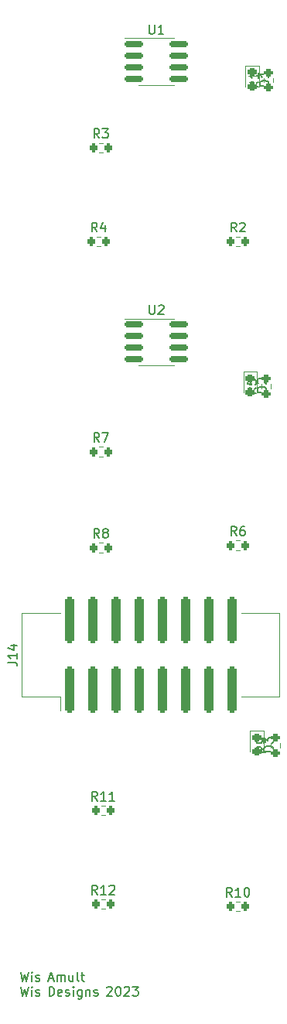
<source format=gbr>
%TF.GenerationSoftware,KiCad,Pcbnew,(7.0.0)*%
%TF.CreationDate,2023-03-06T17:55:23-08:00*%
%TF.ProjectId,my active mult,6d792061-6374-4697-9665-206d756c742e,rev?*%
%TF.SameCoordinates,Original*%
%TF.FileFunction,Legend,Top*%
%TF.FilePolarity,Positive*%
%FSLAX46Y46*%
G04 Gerber Fmt 4.6, Leading zero omitted, Abs format (unit mm)*
G04 Created by KiCad (PCBNEW (7.0.0)) date 2023-03-06 17:55:23*
%MOMM*%
%LPD*%
G01*
G04 APERTURE LIST*
G04 Aperture macros list*
%AMRoundRect*
0 Rectangle with rounded corners*
0 $1 Rounding radius*
0 $2 $3 $4 $5 $6 $7 $8 $9 X,Y pos of 4 corners*
0 Add a 4 corners polygon primitive as box body*
4,1,4,$2,$3,$4,$5,$6,$7,$8,$9,$2,$3,0*
0 Add four circle primitives for the rounded corners*
1,1,$1+$1,$2,$3*
1,1,$1+$1,$4,$5*
1,1,$1+$1,$6,$7*
1,1,$1+$1,$8,$9*
0 Add four rect primitives between the rounded corners*
20,1,$1+$1,$2,$3,$4,$5,0*
20,1,$1+$1,$4,$5,$6,$7,0*
20,1,$1+$1,$6,$7,$8,$9,0*
20,1,$1+$1,$8,$9,$2,$3,0*%
G04 Aperture macros list end*
%ADD10C,0.150000*%
%ADD11C,0.120000*%
%ADD12R,1.830000X1.930000*%
%ADD13C,2.130000*%
%ADD14RoundRect,0.255000X0.255000X-2.245000X0.255000X2.245000X-0.255000X2.245000X-0.255000X-2.245000X0*%
%ADD15RoundRect,0.150000X-0.825000X-0.150000X0.825000X-0.150000X0.825000X0.150000X-0.825000X0.150000X0*%
%ADD16RoundRect,0.200000X-0.200000X-0.275000X0.200000X-0.275000X0.200000X0.275000X-0.200000X0.275000X0*%
%ADD17RoundRect,0.200000X0.275000X-0.200000X0.275000X0.200000X-0.275000X0.200000X-0.275000X-0.200000X0*%
%ADD18RoundRect,0.218750X-0.256250X0.218750X-0.256250X-0.218750X0.256250X-0.218750X0.256250X0.218750X0*%
G04 APERTURE END LIST*
D10*
X20892857Y-133912380D02*
X21130952Y-134912380D01*
X21130952Y-134912380D02*
X21321428Y-134198095D01*
X21321428Y-134198095D02*
X21511904Y-134912380D01*
X21511904Y-134912380D02*
X21750000Y-133912380D01*
X22130952Y-134912380D02*
X22130952Y-134245714D01*
X22130952Y-133912380D02*
X22083333Y-133960000D01*
X22083333Y-133960000D02*
X22130952Y-134007619D01*
X22130952Y-134007619D02*
X22178571Y-133960000D01*
X22178571Y-133960000D02*
X22130952Y-133912380D01*
X22130952Y-133912380D02*
X22130952Y-134007619D01*
X22559523Y-134864761D02*
X22654761Y-134912380D01*
X22654761Y-134912380D02*
X22845237Y-134912380D01*
X22845237Y-134912380D02*
X22940475Y-134864761D01*
X22940475Y-134864761D02*
X22988094Y-134769523D01*
X22988094Y-134769523D02*
X22988094Y-134721904D01*
X22988094Y-134721904D02*
X22940475Y-134626666D01*
X22940475Y-134626666D02*
X22845237Y-134579047D01*
X22845237Y-134579047D02*
X22702380Y-134579047D01*
X22702380Y-134579047D02*
X22607142Y-134531428D01*
X22607142Y-134531428D02*
X22559523Y-134436190D01*
X22559523Y-134436190D02*
X22559523Y-134388571D01*
X22559523Y-134388571D02*
X22607142Y-134293333D01*
X22607142Y-134293333D02*
X22702380Y-134245714D01*
X22702380Y-134245714D02*
X22845237Y-134245714D01*
X22845237Y-134245714D02*
X22940475Y-134293333D01*
X23969047Y-134626666D02*
X24445237Y-134626666D01*
X23873809Y-134912380D02*
X24207142Y-133912380D01*
X24207142Y-133912380D02*
X24540475Y-134912380D01*
X24873809Y-134912380D02*
X24873809Y-134245714D01*
X24873809Y-134340952D02*
X24921428Y-134293333D01*
X24921428Y-134293333D02*
X25016666Y-134245714D01*
X25016666Y-134245714D02*
X25159523Y-134245714D01*
X25159523Y-134245714D02*
X25254761Y-134293333D01*
X25254761Y-134293333D02*
X25302380Y-134388571D01*
X25302380Y-134388571D02*
X25302380Y-134912380D01*
X25302380Y-134388571D02*
X25349999Y-134293333D01*
X25349999Y-134293333D02*
X25445237Y-134245714D01*
X25445237Y-134245714D02*
X25588094Y-134245714D01*
X25588094Y-134245714D02*
X25683333Y-134293333D01*
X25683333Y-134293333D02*
X25730952Y-134388571D01*
X25730952Y-134388571D02*
X25730952Y-134912380D01*
X26635713Y-134245714D02*
X26635713Y-134912380D01*
X26207142Y-134245714D02*
X26207142Y-134769523D01*
X26207142Y-134769523D02*
X26254761Y-134864761D01*
X26254761Y-134864761D02*
X26349999Y-134912380D01*
X26349999Y-134912380D02*
X26492856Y-134912380D01*
X26492856Y-134912380D02*
X26588094Y-134864761D01*
X26588094Y-134864761D02*
X26635713Y-134817142D01*
X27254761Y-134912380D02*
X27159523Y-134864761D01*
X27159523Y-134864761D02*
X27111904Y-134769523D01*
X27111904Y-134769523D02*
X27111904Y-133912380D01*
X27492857Y-134245714D02*
X27873809Y-134245714D01*
X27635714Y-133912380D02*
X27635714Y-134769523D01*
X27635714Y-134769523D02*
X27683333Y-134864761D01*
X27683333Y-134864761D02*
X27778571Y-134912380D01*
X27778571Y-134912380D02*
X27873809Y-134912380D01*
X20892857Y-135532380D02*
X21130952Y-136532380D01*
X21130952Y-136532380D02*
X21321428Y-135818095D01*
X21321428Y-135818095D02*
X21511904Y-136532380D01*
X21511904Y-136532380D02*
X21750000Y-135532380D01*
X22130952Y-136532380D02*
X22130952Y-135865714D01*
X22130952Y-135532380D02*
X22083333Y-135580000D01*
X22083333Y-135580000D02*
X22130952Y-135627619D01*
X22130952Y-135627619D02*
X22178571Y-135580000D01*
X22178571Y-135580000D02*
X22130952Y-135532380D01*
X22130952Y-135532380D02*
X22130952Y-135627619D01*
X22559523Y-136484761D02*
X22654761Y-136532380D01*
X22654761Y-136532380D02*
X22845237Y-136532380D01*
X22845237Y-136532380D02*
X22940475Y-136484761D01*
X22940475Y-136484761D02*
X22988094Y-136389523D01*
X22988094Y-136389523D02*
X22988094Y-136341904D01*
X22988094Y-136341904D02*
X22940475Y-136246666D01*
X22940475Y-136246666D02*
X22845237Y-136199047D01*
X22845237Y-136199047D02*
X22702380Y-136199047D01*
X22702380Y-136199047D02*
X22607142Y-136151428D01*
X22607142Y-136151428D02*
X22559523Y-136056190D01*
X22559523Y-136056190D02*
X22559523Y-136008571D01*
X22559523Y-136008571D02*
X22607142Y-135913333D01*
X22607142Y-135913333D02*
X22702380Y-135865714D01*
X22702380Y-135865714D02*
X22845237Y-135865714D01*
X22845237Y-135865714D02*
X22940475Y-135913333D01*
X24016666Y-136532380D02*
X24016666Y-135532380D01*
X24016666Y-135532380D02*
X24254761Y-135532380D01*
X24254761Y-135532380D02*
X24397618Y-135580000D01*
X24397618Y-135580000D02*
X24492856Y-135675238D01*
X24492856Y-135675238D02*
X24540475Y-135770476D01*
X24540475Y-135770476D02*
X24588094Y-135960952D01*
X24588094Y-135960952D02*
X24588094Y-136103809D01*
X24588094Y-136103809D02*
X24540475Y-136294285D01*
X24540475Y-136294285D02*
X24492856Y-136389523D01*
X24492856Y-136389523D02*
X24397618Y-136484761D01*
X24397618Y-136484761D02*
X24254761Y-136532380D01*
X24254761Y-136532380D02*
X24016666Y-136532380D01*
X25397618Y-136484761D02*
X25302380Y-136532380D01*
X25302380Y-136532380D02*
X25111904Y-136532380D01*
X25111904Y-136532380D02*
X25016666Y-136484761D01*
X25016666Y-136484761D02*
X24969047Y-136389523D01*
X24969047Y-136389523D02*
X24969047Y-136008571D01*
X24969047Y-136008571D02*
X25016666Y-135913333D01*
X25016666Y-135913333D02*
X25111904Y-135865714D01*
X25111904Y-135865714D02*
X25302380Y-135865714D01*
X25302380Y-135865714D02*
X25397618Y-135913333D01*
X25397618Y-135913333D02*
X25445237Y-136008571D01*
X25445237Y-136008571D02*
X25445237Y-136103809D01*
X25445237Y-136103809D02*
X24969047Y-136199047D01*
X25826190Y-136484761D02*
X25921428Y-136532380D01*
X25921428Y-136532380D02*
X26111904Y-136532380D01*
X26111904Y-136532380D02*
X26207142Y-136484761D01*
X26207142Y-136484761D02*
X26254761Y-136389523D01*
X26254761Y-136389523D02*
X26254761Y-136341904D01*
X26254761Y-136341904D02*
X26207142Y-136246666D01*
X26207142Y-136246666D02*
X26111904Y-136199047D01*
X26111904Y-136199047D02*
X25969047Y-136199047D01*
X25969047Y-136199047D02*
X25873809Y-136151428D01*
X25873809Y-136151428D02*
X25826190Y-136056190D01*
X25826190Y-136056190D02*
X25826190Y-136008571D01*
X25826190Y-136008571D02*
X25873809Y-135913333D01*
X25873809Y-135913333D02*
X25969047Y-135865714D01*
X25969047Y-135865714D02*
X26111904Y-135865714D01*
X26111904Y-135865714D02*
X26207142Y-135913333D01*
X26683333Y-136532380D02*
X26683333Y-135865714D01*
X26683333Y-135532380D02*
X26635714Y-135580000D01*
X26635714Y-135580000D02*
X26683333Y-135627619D01*
X26683333Y-135627619D02*
X26730952Y-135580000D01*
X26730952Y-135580000D02*
X26683333Y-135532380D01*
X26683333Y-135532380D02*
X26683333Y-135627619D01*
X27588094Y-135865714D02*
X27588094Y-136675238D01*
X27588094Y-136675238D02*
X27540475Y-136770476D01*
X27540475Y-136770476D02*
X27492856Y-136818095D01*
X27492856Y-136818095D02*
X27397618Y-136865714D01*
X27397618Y-136865714D02*
X27254761Y-136865714D01*
X27254761Y-136865714D02*
X27159523Y-136818095D01*
X27588094Y-136484761D02*
X27492856Y-136532380D01*
X27492856Y-136532380D02*
X27302380Y-136532380D01*
X27302380Y-136532380D02*
X27207142Y-136484761D01*
X27207142Y-136484761D02*
X27159523Y-136437142D01*
X27159523Y-136437142D02*
X27111904Y-136341904D01*
X27111904Y-136341904D02*
X27111904Y-136056190D01*
X27111904Y-136056190D02*
X27159523Y-135960952D01*
X27159523Y-135960952D02*
X27207142Y-135913333D01*
X27207142Y-135913333D02*
X27302380Y-135865714D01*
X27302380Y-135865714D02*
X27492856Y-135865714D01*
X27492856Y-135865714D02*
X27588094Y-135913333D01*
X28064285Y-135865714D02*
X28064285Y-136532380D01*
X28064285Y-135960952D02*
X28111904Y-135913333D01*
X28111904Y-135913333D02*
X28207142Y-135865714D01*
X28207142Y-135865714D02*
X28349999Y-135865714D01*
X28349999Y-135865714D02*
X28445237Y-135913333D01*
X28445237Y-135913333D02*
X28492856Y-136008571D01*
X28492856Y-136008571D02*
X28492856Y-136532380D01*
X28921428Y-136484761D02*
X29016666Y-136532380D01*
X29016666Y-136532380D02*
X29207142Y-136532380D01*
X29207142Y-136532380D02*
X29302380Y-136484761D01*
X29302380Y-136484761D02*
X29349999Y-136389523D01*
X29349999Y-136389523D02*
X29349999Y-136341904D01*
X29349999Y-136341904D02*
X29302380Y-136246666D01*
X29302380Y-136246666D02*
X29207142Y-136199047D01*
X29207142Y-136199047D02*
X29064285Y-136199047D01*
X29064285Y-136199047D02*
X28969047Y-136151428D01*
X28969047Y-136151428D02*
X28921428Y-136056190D01*
X28921428Y-136056190D02*
X28921428Y-136008571D01*
X28921428Y-136008571D02*
X28969047Y-135913333D01*
X28969047Y-135913333D02*
X29064285Y-135865714D01*
X29064285Y-135865714D02*
X29207142Y-135865714D01*
X29207142Y-135865714D02*
X29302380Y-135913333D01*
X30330952Y-135627619D02*
X30378571Y-135580000D01*
X30378571Y-135580000D02*
X30473809Y-135532380D01*
X30473809Y-135532380D02*
X30711904Y-135532380D01*
X30711904Y-135532380D02*
X30807142Y-135580000D01*
X30807142Y-135580000D02*
X30854761Y-135627619D01*
X30854761Y-135627619D02*
X30902380Y-135722857D01*
X30902380Y-135722857D02*
X30902380Y-135818095D01*
X30902380Y-135818095D02*
X30854761Y-135960952D01*
X30854761Y-135960952D02*
X30283333Y-136532380D01*
X30283333Y-136532380D02*
X30902380Y-136532380D01*
X31521428Y-135532380D02*
X31616666Y-135532380D01*
X31616666Y-135532380D02*
X31711904Y-135580000D01*
X31711904Y-135580000D02*
X31759523Y-135627619D01*
X31759523Y-135627619D02*
X31807142Y-135722857D01*
X31807142Y-135722857D02*
X31854761Y-135913333D01*
X31854761Y-135913333D02*
X31854761Y-136151428D01*
X31854761Y-136151428D02*
X31807142Y-136341904D01*
X31807142Y-136341904D02*
X31759523Y-136437142D01*
X31759523Y-136437142D02*
X31711904Y-136484761D01*
X31711904Y-136484761D02*
X31616666Y-136532380D01*
X31616666Y-136532380D02*
X31521428Y-136532380D01*
X31521428Y-136532380D02*
X31426190Y-136484761D01*
X31426190Y-136484761D02*
X31378571Y-136437142D01*
X31378571Y-136437142D02*
X31330952Y-136341904D01*
X31330952Y-136341904D02*
X31283333Y-136151428D01*
X31283333Y-136151428D02*
X31283333Y-135913333D01*
X31283333Y-135913333D02*
X31330952Y-135722857D01*
X31330952Y-135722857D02*
X31378571Y-135627619D01*
X31378571Y-135627619D02*
X31426190Y-135580000D01*
X31426190Y-135580000D02*
X31521428Y-135532380D01*
X32235714Y-135627619D02*
X32283333Y-135580000D01*
X32283333Y-135580000D02*
X32378571Y-135532380D01*
X32378571Y-135532380D02*
X32616666Y-135532380D01*
X32616666Y-135532380D02*
X32711904Y-135580000D01*
X32711904Y-135580000D02*
X32759523Y-135627619D01*
X32759523Y-135627619D02*
X32807142Y-135722857D01*
X32807142Y-135722857D02*
X32807142Y-135818095D01*
X32807142Y-135818095D02*
X32759523Y-135960952D01*
X32759523Y-135960952D02*
X32188095Y-136532380D01*
X32188095Y-136532380D02*
X32807142Y-136532380D01*
X33140476Y-135532380D02*
X33759523Y-135532380D01*
X33759523Y-135532380D02*
X33426190Y-135913333D01*
X33426190Y-135913333D02*
X33569047Y-135913333D01*
X33569047Y-135913333D02*
X33664285Y-135960952D01*
X33664285Y-135960952D02*
X33711904Y-136008571D01*
X33711904Y-136008571D02*
X33759523Y-136103809D01*
X33759523Y-136103809D02*
X33759523Y-136341904D01*
X33759523Y-136341904D02*
X33711904Y-136437142D01*
X33711904Y-136437142D02*
X33664285Y-136484761D01*
X33664285Y-136484761D02*
X33569047Y-136532380D01*
X33569047Y-136532380D02*
X33283333Y-136532380D01*
X33283333Y-136532380D02*
X33188095Y-136484761D01*
X33188095Y-136484761D02*
X33140476Y-136437142D01*
%TO.C,J14*%
X19507380Y-100059523D02*
X20221666Y-100059523D01*
X20221666Y-100059523D02*
X20364523Y-100107142D01*
X20364523Y-100107142D02*
X20459761Y-100202380D01*
X20459761Y-100202380D02*
X20507380Y-100345237D01*
X20507380Y-100345237D02*
X20507380Y-100440475D01*
X20507380Y-99059523D02*
X20507380Y-99630951D01*
X20507380Y-99345237D02*
X19507380Y-99345237D01*
X19507380Y-99345237D02*
X19650238Y-99440475D01*
X19650238Y-99440475D02*
X19745476Y-99535713D01*
X19745476Y-99535713D02*
X19793095Y-99630951D01*
X19840714Y-98202380D02*
X20507380Y-98202380D01*
X19459761Y-98440475D02*
X20174047Y-98678570D01*
X20174047Y-98678570D02*
X20174047Y-98059523D01*
%TO.C,U2*%
X34988095Y-60967380D02*
X34988095Y-61776904D01*
X34988095Y-61776904D02*
X35035714Y-61872142D01*
X35035714Y-61872142D02*
X35083333Y-61919761D01*
X35083333Y-61919761D02*
X35178571Y-61967380D01*
X35178571Y-61967380D02*
X35369047Y-61967380D01*
X35369047Y-61967380D02*
X35464285Y-61919761D01*
X35464285Y-61919761D02*
X35511904Y-61872142D01*
X35511904Y-61872142D02*
X35559523Y-61776904D01*
X35559523Y-61776904D02*
X35559523Y-60967380D01*
X35988095Y-61062619D02*
X36035714Y-61015000D01*
X36035714Y-61015000D02*
X36130952Y-60967380D01*
X36130952Y-60967380D02*
X36369047Y-60967380D01*
X36369047Y-60967380D02*
X36464285Y-61015000D01*
X36464285Y-61015000D02*
X36511904Y-61062619D01*
X36511904Y-61062619D02*
X36559523Y-61157857D01*
X36559523Y-61157857D02*
X36559523Y-61253095D01*
X36559523Y-61253095D02*
X36511904Y-61395952D01*
X36511904Y-61395952D02*
X35940476Y-61967380D01*
X35940476Y-61967380D02*
X36559523Y-61967380D01*
%TO.C,U1*%
X34963095Y-30312380D02*
X34963095Y-31121904D01*
X34963095Y-31121904D02*
X35010714Y-31217142D01*
X35010714Y-31217142D02*
X35058333Y-31264761D01*
X35058333Y-31264761D02*
X35153571Y-31312380D01*
X35153571Y-31312380D02*
X35344047Y-31312380D01*
X35344047Y-31312380D02*
X35439285Y-31264761D01*
X35439285Y-31264761D02*
X35486904Y-31217142D01*
X35486904Y-31217142D02*
X35534523Y-31121904D01*
X35534523Y-31121904D02*
X35534523Y-30312380D01*
X36534523Y-31312380D02*
X35963095Y-31312380D01*
X36248809Y-31312380D02*
X36248809Y-30312380D01*
X36248809Y-30312380D02*
X36153571Y-30455238D01*
X36153571Y-30455238D02*
X36058333Y-30550476D01*
X36058333Y-30550476D02*
X35963095Y-30598095D01*
%TO.C,R12*%
X29282142Y-125437380D02*
X28948809Y-124961190D01*
X28710714Y-125437380D02*
X28710714Y-124437380D01*
X28710714Y-124437380D02*
X29091666Y-124437380D01*
X29091666Y-124437380D02*
X29186904Y-124485000D01*
X29186904Y-124485000D02*
X29234523Y-124532619D01*
X29234523Y-124532619D02*
X29282142Y-124627857D01*
X29282142Y-124627857D02*
X29282142Y-124770714D01*
X29282142Y-124770714D02*
X29234523Y-124865952D01*
X29234523Y-124865952D02*
X29186904Y-124913571D01*
X29186904Y-124913571D02*
X29091666Y-124961190D01*
X29091666Y-124961190D02*
X28710714Y-124961190D01*
X30234523Y-125437380D02*
X29663095Y-125437380D01*
X29948809Y-125437380D02*
X29948809Y-124437380D01*
X29948809Y-124437380D02*
X29853571Y-124580238D01*
X29853571Y-124580238D02*
X29758333Y-124675476D01*
X29758333Y-124675476D02*
X29663095Y-124723095D01*
X30615476Y-124532619D02*
X30663095Y-124485000D01*
X30663095Y-124485000D02*
X30758333Y-124437380D01*
X30758333Y-124437380D02*
X30996428Y-124437380D01*
X30996428Y-124437380D02*
X31091666Y-124485000D01*
X31091666Y-124485000D02*
X31139285Y-124532619D01*
X31139285Y-124532619D02*
X31186904Y-124627857D01*
X31186904Y-124627857D02*
X31186904Y-124723095D01*
X31186904Y-124723095D02*
X31139285Y-124865952D01*
X31139285Y-124865952D02*
X30567857Y-125437380D01*
X30567857Y-125437380D02*
X31186904Y-125437380D01*
%TO.C,R11*%
X29282142Y-115187380D02*
X28948809Y-114711190D01*
X28710714Y-115187380D02*
X28710714Y-114187380D01*
X28710714Y-114187380D02*
X29091666Y-114187380D01*
X29091666Y-114187380D02*
X29186904Y-114235000D01*
X29186904Y-114235000D02*
X29234523Y-114282619D01*
X29234523Y-114282619D02*
X29282142Y-114377857D01*
X29282142Y-114377857D02*
X29282142Y-114520714D01*
X29282142Y-114520714D02*
X29234523Y-114615952D01*
X29234523Y-114615952D02*
X29186904Y-114663571D01*
X29186904Y-114663571D02*
X29091666Y-114711190D01*
X29091666Y-114711190D02*
X28710714Y-114711190D01*
X30234523Y-115187380D02*
X29663095Y-115187380D01*
X29948809Y-115187380D02*
X29948809Y-114187380D01*
X29948809Y-114187380D02*
X29853571Y-114330238D01*
X29853571Y-114330238D02*
X29758333Y-114425476D01*
X29758333Y-114425476D02*
X29663095Y-114473095D01*
X31186904Y-115187380D02*
X30615476Y-115187380D01*
X30901190Y-115187380D02*
X30901190Y-114187380D01*
X30901190Y-114187380D02*
X30805952Y-114330238D01*
X30805952Y-114330238D02*
X30710714Y-114425476D01*
X30710714Y-114425476D02*
X30615476Y-114473095D01*
%TO.C,R10*%
X44032142Y-125687380D02*
X43698809Y-125211190D01*
X43460714Y-125687380D02*
X43460714Y-124687380D01*
X43460714Y-124687380D02*
X43841666Y-124687380D01*
X43841666Y-124687380D02*
X43936904Y-124735000D01*
X43936904Y-124735000D02*
X43984523Y-124782619D01*
X43984523Y-124782619D02*
X44032142Y-124877857D01*
X44032142Y-124877857D02*
X44032142Y-125020714D01*
X44032142Y-125020714D02*
X43984523Y-125115952D01*
X43984523Y-125115952D02*
X43936904Y-125163571D01*
X43936904Y-125163571D02*
X43841666Y-125211190D01*
X43841666Y-125211190D02*
X43460714Y-125211190D01*
X44984523Y-125687380D02*
X44413095Y-125687380D01*
X44698809Y-125687380D02*
X44698809Y-124687380D01*
X44698809Y-124687380D02*
X44603571Y-124830238D01*
X44603571Y-124830238D02*
X44508333Y-124925476D01*
X44508333Y-124925476D02*
X44413095Y-124973095D01*
X45603571Y-124687380D02*
X45698809Y-124687380D01*
X45698809Y-124687380D02*
X45794047Y-124735000D01*
X45794047Y-124735000D02*
X45841666Y-124782619D01*
X45841666Y-124782619D02*
X45889285Y-124877857D01*
X45889285Y-124877857D02*
X45936904Y-125068333D01*
X45936904Y-125068333D02*
X45936904Y-125306428D01*
X45936904Y-125306428D02*
X45889285Y-125496904D01*
X45889285Y-125496904D02*
X45841666Y-125592142D01*
X45841666Y-125592142D02*
X45794047Y-125639761D01*
X45794047Y-125639761D02*
X45698809Y-125687380D01*
X45698809Y-125687380D02*
X45603571Y-125687380D01*
X45603571Y-125687380D02*
X45508333Y-125639761D01*
X45508333Y-125639761D02*
X45460714Y-125592142D01*
X45460714Y-125592142D02*
X45413095Y-125496904D01*
X45413095Y-125496904D02*
X45365476Y-125306428D01*
X45365476Y-125306428D02*
X45365476Y-125068333D01*
X45365476Y-125068333D02*
X45413095Y-124877857D01*
X45413095Y-124877857D02*
X45460714Y-124782619D01*
X45460714Y-124782619D02*
X45508333Y-124735000D01*
X45508333Y-124735000D02*
X45603571Y-124687380D01*
%TO.C,R9*%
X47687380Y-109279166D02*
X47211190Y-109612499D01*
X47687380Y-109850594D02*
X46687380Y-109850594D01*
X46687380Y-109850594D02*
X46687380Y-109469642D01*
X46687380Y-109469642D02*
X46735000Y-109374404D01*
X46735000Y-109374404D02*
X46782619Y-109326785D01*
X46782619Y-109326785D02*
X46877857Y-109279166D01*
X46877857Y-109279166D02*
X47020714Y-109279166D01*
X47020714Y-109279166D02*
X47115952Y-109326785D01*
X47115952Y-109326785D02*
X47163571Y-109374404D01*
X47163571Y-109374404D02*
X47211190Y-109469642D01*
X47211190Y-109469642D02*
X47211190Y-109850594D01*
X47687380Y-108802975D02*
X47687380Y-108612499D01*
X47687380Y-108612499D02*
X47639761Y-108517261D01*
X47639761Y-108517261D02*
X47592142Y-108469642D01*
X47592142Y-108469642D02*
X47449285Y-108374404D01*
X47449285Y-108374404D02*
X47258809Y-108326785D01*
X47258809Y-108326785D02*
X46877857Y-108326785D01*
X46877857Y-108326785D02*
X46782619Y-108374404D01*
X46782619Y-108374404D02*
X46735000Y-108422023D01*
X46735000Y-108422023D02*
X46687380Y-108517261D01*
X46687380Y-108517261D02*
X46687380Y-108707737D01*
X46687380Y-108707737D02*
X46735000Y-108802975D01*
X46735000Y-108802975D02*
X46782619Y-108850594D01*
X46782619Y-108850594D02*
X46877857Y-108898213D01*
X46877857Y-108898213D02*
X47115952Y-108898213D01*
X47115952Y-108898213D02*
X47211190Y-108850594D01*
X47211190Y-108850594D02*
X47258809Y-108802975D01*
X47258809Y-108802975D02*
X47306428Y-108707737D01*
X47306428Y-108707737D02*
X47306428Y-108517261D01*
X47306428Y-108517261D02*
X47258809Y-108422023D01*
X47258809Y-108422023D02*
X47211190Y-108374404D01*
X47211190Y-108374404D02*
X47115952Y-108326785D01*
%TO.C,R8*%
X29508333Y-86437380D02*
X29175000Y-85961190D01*
X28936905Y-86437380D02*
X28936905Y-85437380D01*
X28936905Y-85437380D02*
X29317857Y-85437380D01*
X29317857Y-85437380D02*
X29413095Y-85485000D01*
X29413095Y-85485000D02*
X29460714Y-85532619D01*
X29460714Y-85532619D02*
X29508333Y-85627857D01*
X29508333Y-85627857D02*
X29508333Y-85770714D01*
X29508333Y-85770714D02*
X29460714Y-85865952D01*
X29460714Y-85865952D02*
X29413095Y-85913571D01*
X29413095Y-85913571D02*
X29317857Y-85961190D01*
X29317857Y-85961190D02*
X28936905Y-85961190D01*
X30079762Y-85865952D02*
X29984524Y-85818333D01*
X29984524Y-85818333D02*
X29936905Y-85770714D01*
X29936905Y-85770714D02*
X29889286Y-85675476D01*
X29889286Y-85675476D02*
X29889286Y-85627857D01*
X29889286Y-85627857D02*
X29936905Y-85532619D01*
X29936905Y-85532619D02*
X29984524Y-85485000D01*
X29984524Y-85485000D02*
X30079762Y-85437380D01*
X30079762Y-85437380D02*
X30270238Y-85437380D01*
X30270238Y-85437380D02*
X30365476Y-85485000D01*
X30365476Y-85485000D02*
X30413095Y-85532619D01*
X30413095Y-85532619D02*
X30460714Y-85627857D01*
X30460714Y-85627857D02*
X30460714Y-85675476D01*
X30460714Y-85675476D02*
X30413095Y-85770714D01*
X30413095Y-85770714D02*
X30365476Y-85818333D01*
X30365476Y-85818333D02*
X30270238Y-85865952D01*
X30270238Y-85865952D02*
X30079762Y-85865952D01*
X30079762Y-85865952D02*
X29984524Y-85913571D01*
X29984524Y-85913571D02*
X29936905Y-85961190D01*
X29936905Y-85961190D02*
X29889286Y-86056428D01*
X29889286Y-86056428D02*
X29889286Y-86246904D01*
X29889286Y-86246904D02*
X29936905Y-86342142D01*
X29936905Y-86342142D02*
X29984524Y-86389761D01*
X29984524Y-86389761D02*
X30079762Y-86437380D01*
X30079762Y-86437380D02*
X30270238Y-86437380D01*
X30270238Y-86437380D02*
X30365476Y-86389761D01*
X30365476Y-86389761D02*
X30413095Y-86342142D01*
X30413095Y-86342142D02*
X30460714Y-86246904D01*
X30460714Y-86246904D02*
X30460714Y-86056428D01*
X30460714Y-86056428D02*
X30413095Y-85961190D01*
X30413095Y-85961190D02*
X30365476Y-85913571D01*
X30365476Y-85913571D02*
X30270238Y-85865952D01*
%TO.C,R7*%
X29508333Y-75937380D02*
X29175000Y-75461190D01*
X28936905Y-75937380D02*
X28936905Y-74937380D01*
X28936905Y-74937380D02*
X29317857Y-74937380D01*
X29317857Y-74937380D02*
X29413095Y-74985000D01*
X29413095Y-74985000D02*
X29460714Y-75032619D01*
X29460714Y-75032619D02*
X29508333Y-75127857D01*
X29508333Y-75127857D02*
X29508333Y-75270714D01*
X29508333Y-75270714D02*
X29460714Y-75365952D01*
X29460714Y-75365952D02*
X29413095Y-75413571D01*
X29413095Y-75413571D02*
X29317857Y-75461190D01*
X29317857Y-75461190D02*
X28936905Y-75461190D01*
X29841667Y-74937380D02*
X30508333Y-74937380D01*
X30508333Y-74937380D02*
X30079762Y-75937380D01*
%TO.C,R6*%
X44508333Y-86187380D02*
X44175000Y-85711190D01*
X43936905Y-86187380D02*
X43936905Y-85187380D01*
X43936905Y-85187380D02*
X44317857Y-85187380D01*
X44317857Y-85187380D02*
X44413095Y-85235000D01*
X44413095Y-85235000D02*
X44460714Y-85282619D01*
X44460714Y-85282619D02*
X44508333Y-85377857D01*
X44508333Y-85377857D02*
X44508333Y-85520714D01*
X44508333Y-85520714D02*
X44460714Y-85615952D01*
X44460714Y-85615952D02*
X44413095Y-85663571D01*
X44413095Y-85663571D02*
X44317857Y-85711190D01*
X44317857Y-85711190D02*
X43936905Y-85711190D01*
X45365476Y-85187380D02*
X45175000Y-85187380D01*
X45175000Y-85187380D02*
X45079762Y-85235000D01*
X45079762Y-85235000D02*
X45032143Y-85282619D01*
X45032143Y-85282619D02*
X44936905Y-85425476D01*
X44936905Y-85425476D02*
X44889286Y-85615952D01*
X44889286Y-85615952D02*
X44889286Y-85996904D01*
X44889286Y-85996904D02*
X44936905Y-86092142D01*
X44936905Y-86092142D02*
X44984524Y-86139761D01*
X44984524Y-86139761D02*
X45079762Y-86187380D01*
X45079762Y-86187380D02*
X45270238Y-86187380D01*
X45270238Y-86187380D02*
X45365476Y-86139761D01*
X45365476Y-86139761D02*
X45413095Y-86092142D01*
X45413095Y-86092142D02*
X45460714Y-85996904D01*
X45460714Y-85996904D02*
X45460714Y-85758809D01*
X45460714Y-85758809D02*
X45413095Y-85663571D01*
X45413095Y-85663571D02*
X45365476Y-85615952D01*
X45365476Y-85615952D02*
X45270238Y-85568333D01*
X45270238Y-85568333D02*
X45079762Y-85568333D01*
X45079762Y-85568333D02*
X44984524Y-85615952D01*
X44984524Y-85615952D02*
X44936905Y-85663571D01*
X44936905Y-85663571D02*
X44889286Y-85758809D01*
%TO.C,R5*%
X46687380Y-70029166D02*
X46211190Y-70362499D01*
X46687380Y-70600594D02*
X45687380Y-70600594D01*
X45687380Y-70600594D02*
X45687380Y-70219642D01*
X45687380Y-70219642D02*
X45735000Y-70124404D01*
X45735000Y-70124404D02*
X45782619Y-70076785D01*
X45782619Y-70076785D02*
X45877857Y-70029166D01*
X45877857Y-70029166D02*
X46020714Y-70029166D01*
X46020714Y-70029166D02*
X46115952Y-70076785D01*
X46115952Y-70076785D02*
X46163571Y-70124404D01*
X46163571Y-70124404D02*
X46211190Y-70219642D01*
X46211190Y-70219642D02*
X46211190Y-70600594D01*
X45687380Y-69124404D02*
X45687380Y-69600594D01*
X45687380Y-69600594D02*
X46163571Y-69648213D01*
X46163571Y-69648213D02*
X46115952Y-69600594D01*
X46115952Y-69600594D02*
X46068333Y-69505356D01*
X46068333Y-69505356D02*
X46068333Y-69267261D01*
X46068333Y-69267261D02*
X46115952Y-69172023D01*
X46115952Y-69172023D02*
X46163571Y-69124404D01*
X46163571Y-69124404D02*
X46258809Y-69076785D01*
X46258809Y-69076785D02*
X46496904Y-69076785D01*
X46496904Y-69076785D02*
X46592142Y-69124404D01*
X46592142Y-69124404D02*
X46639761Y-69172023D01*
X46639761Y-69172023D02*
X46687380Y-69267261D01*
X46687380Y-69267261D02*
X46687380Y-69505356D01*
X46687380Y-69505356D02*
X46639761Y-69600594D01*
X46639761Y-69600594D02*
X46592142Y-69648213D01*
%TO.C,R4*%
X29258333Y-52937380D02*
X28925000Y-52461190D01*
X28686905Y-52937380D02*
X28686905Y-51937380D01*
X28686905Y-51937380D02*
X29067857Y-51937380D01*
X29067857Y-51937380D02*
X29163095Y-51985000D01*
X29163095Y-51985000D02*
X29210714Y-52032619D01*
X29210714Y-52032619D02*
X29258333Y-52127857D01*
X29258333Y-52127857D02*
X29258333Y-52270714D01*
X29258333Y-52270714D02*
X29210714Y-52365952D01*
X29210714Y-52365952D02*
X29163095Y-52413571D01*
X29163095Y-52413571D02*
X29067857Y-52461190D01*
X29067857Y-52461190D02*
X28686905Y-52461190D01*
X30115476Y-52270714D02*
X30115476Y-52937380D01*
X29877381Y-51889761D02*
X29639286Y-52604047D01*
X29639286Y-52604047D02*
X30258333Y-52604047D01*
%TO.C,R3*%
X29508333Y-42687380D02*
X29175000Y-42211190D01*
X28936905Y-42687380D02*
X28936905Y-41687380D01*
X28936905Y-41687380D02*
X29317857Y-41687380D01*
X29317857Y-41687380D02*
X29413095Y-41735000D01*
X29413095Y-41735000D02*
X29460714Y-41782619D01*
X29460714Y-41782619D02*
X29508333Y-41877857D01*
X29508333Y-41877857D02*
X29508333Y-42020714D01*
X29508333Y-42020714D02*
X29460714Y-42115952D01*
X29460714Y-42115952D02*
X29413095Y-42163571D01*
X29413095Y-42163571D02*
X29317857Y-42211190D01*
X29317857Y-42211190D02*
X28936905Y-42211190D01*
X29841667Y-41687380D02*
X30460714Y-41687380D01*
X30460714Y-41687380D02*
X30127381Y-42068333D01*
X30127381Y-42068333D02*
X30270238Y-42068333D01*
X30270238Y-42068333D02*
X30365476Y-42115952D01*
X30365476Y-42115952D02*
X30413095Y-42163571D01*
X30413095Y-42163571D02*
X30460714Y-42258809D01*
X30460714Y-42258809D02*
X30460714Y-42496904D01*
X30460714Y-42496904D02*
X30413095Y-42592142D01*
X30413095Y-42592142D02*
X30365476Y-42639761D01*
X30365476Y-42639761D02*
X30270238Y-42687380D01*
X30270238Y-42687380D02*
X29984524Y-42687380D01*
X29984524Y-42687380D02*
X29889286Y-42639761D01*
X29889286Y-42639761D02*
X29841667Y-42592142D01*
%TO.C,R2*%
X44508333Y-52937380D02*
X44175000Y-52461190D01*
X43936905Y-52937380D02*
X43936905Y-51937380D01*
X43936905Y-51937380D02*
X44317857Y-51937380D01*
X44317857Y-51937380D02*
X44413095Y-51985000D01*
X44413095Y-51985000D02*
X44460714Y-52032619D01*
X44460714Y-52032619D02*
X44508333Y-52127857D01*
X44508333Y-52127857D02*
X44508333Y-52270714D01*
X44508333Y-52270714D02*
X44460714Y-52365952D01*
X44460714Y-52365952D02*
X44413095Y-52413571D01*
X44413095Y-52413571D02*
X44317857Y-52461190D01*
X44317857Y-52461190D02*
X43936905Y-52461190D01*
X44889286Y-52032619D02*
X44936905Y-51985000D01*
X44936905Y-51985000D02*
X45032143Y-51937380D01*
X45032143Y-51937380D02*
X45270238Y-51937380D01*
X45270238Y-51937380D02*
X45365476Y-51985000D01*
X45365476Y-51985000D02*
X45413095Y-52032619D01*
X45413095Y-52032619D02*
X45460714Y-52127857D01*
X45460714Y-52127857D02*
X45460714Y-52223095D01*
X45460714Y-52223095D02*
X45413095Y-52365952D01*
X45413095Y-52365952D02*
X44841667Y-52937380D01*
X44841667Y-52937380D02*
X45460714Y-52937380D01*
%TO.C,R1*%
X46937380Y-36529166D02*
X46461190Y-36862499D01*
X46937380Y-37100594D02*
X45937380Y-37100594D01*
X45937380Y-37100594D02*
X45937380Y-36719642D01*
X45937380Y-36719642D02*
X45985000Y-36624404D01*
X45985000Y-36624404D02*
X46032619Y-36576785D01*
X46032619Y-36576785D02*
X46127857Y-36529166D01*
X46127857Y-36529166D02*
X46270714Y-36529166D01*
X46270714Y-36529166D02*
X46365952Y-36576785D01*
X46365952Y-36576785D02*
X46413571Y-36624404D01*
X46413571Y-36624404D02*
X46461190Y-36719642D01*
X46461190Y-36719642D02*
X46461190Y-37100594D01*
X46937380Y-35576785D02*
X46937380Y-36148213D01*
X46937380Y-35862499D02*
X45937380Y-35862499D01*
X45937380Y-35862499D02*
X46080238Y-35957737D01*
X46080238Y-35957737D02*
X46175476Y-36052975D01*
X46175476Y-36052975D02*
X46223095Y-36148213D01*
%TO.C,D3*%
X48547380Y-109775594D02*
X47547380Y-109775594D01*
X47547380Y-109775594D02*
X47547380Y-109537499D01*
X47547380Y-109537499D02*
X47595000Y-109394642D01*
X47595000Y-109394642D02*
X47690238Y-109299404D01*
X47690238Y-109299404D02*
X47785476Y-109251785D01*
X47785476Y-109251785D02*
X47975952Y-109204166D01*
X47975952Y-109204166D02*
X48118809Y-109204166D01*
X48118809Y-109204166D02*
X48309285Y-109251785D01*
X48309285Y-109251785D02*
X48404523Y-109299404D01*
X48404523Y-109299404D02*
X48499761Y-109394642D01*
X48499761Y-109394642D02*
X48547380Y-109537499D01*
X48547380Y-109537499D02*
X48547380Y-109775594D01*
X47547380Y-108870832D02*
X47547380Y-108251785D01*
X47547380Y-108251785D02*
X47928333Y-108585118D01*
X47928333Y-108585118D02*
X47928333Y-108442261D01*
X47928333Y-108442261D02*
X47975952Y-108347023D01*
X47975952Y-108347023D02*
X48023571Y-108299404D01*
X48023571Y-108299404D02*
X48118809Y-108251785D01*
X48118809Y-108251785D02*
X48356904Y-108251785D01*
X48356904Y-108251785D02*
X48452142Y-108299404D01*
X48452142Y-108299404D02*
X48499761Y-108347023D01*
X48499761Y-108347023D02*
X48547380Y-108442261D01*
X48547380Y-108442261D02*
X48547380Y-108727975D01*
X48547380Y-108727975D02*
X48499761Y-108823213D01*
X48499761Y-108823213D02*
X48452142Y-108870832D01*
%TO.C,D2*%
X47797380Y-70488094D02*
X46797380Y-70488094D01*
X46797380Y-70488094D02*
X46797380Y-70249999D01*
X46797380Y-70249999D02*
X46845000Y-70107142D01*
X46845000Y-70107142D02*
X46940238Y-70011904D01*
X46940238Y-70011904D02*
X47035476Y-69964285D01*
X47035476Y-69964285D02*
X47225952Y-69916666D01*
X47225952Y-69916666D02*
X47368809Y-69916666D01*
X47368809Y-69916666D02*
X47559285Y-69964285D01*
X47559285Y-69964285D02*
X47654523Y-70011904D01*
X47654523Y-70011904D02*
X47749761Y-70107142D01*
X47749761Y-70107142D02*
X47797380Y-70249999D01*
X47797380Y-70249999D02*
X47797380Y-70488094D01*
X46892619Y-69535713D02*
X46845000Y-69488094D01*
X46845000Y-69488094D02*
X46797380Y-69392856D01*
X46797380Y-69392856D02*
X46797380Y-69154761D01*
X46797380Y-69154761D02*
X46845000Y-69059523D01*
X46845000Y-69059523D02*
X46892619Y-69011904D01*
X46892619Y-69011904D02*
X46987857Y-68964285D01*
X46987857Y-68964285D02*
X47083095Y-68964285D01*
X47083095Y-68964285D02*
X47225952Y-69011904D01*
X47225952Y-69011904D02*
X47797380Y-69583332D01*
X47797380Y-69583332D02*
X47797380Y-68964285D01*
%TO.C,D1*%
X48047380Y-36988094D02*
X47047380Y-36988094D01*
X47047380Y-36988094D02*
X47047380Y-36749999D01*
X47047380Y-36749999D02*
X47095000Y-36607142D01*
X47095000Y-36607142D02*
X47190238Y-36511904D01*
X47190238Y-36511904D02*
X47285476Y-36464285D01*
X47285476Y-36464285D02*
X47475952Y-36416666D01*
X47475952Y-36416666D02*
X47618809Y-36416666D01*
X47618809Y-36416666D02*
X47809285Y-36464285D01*
X47809285Y-36464285D02*
X47904523Y-36511904D01*
X47904523Y-36511904D02*
X47999761Y-36607142D01*
X47999761Y-36607142D02*
X48047380Y-36749999D01*
X48047380Y-36749999D02*
X48047380Y-36988094D01*
X48047380Y-35464285D02*
X48047380Y-36035713D01*
X48047380Y-35749999D02*
X47047380Y-35749999D01*
X47047380Y-35749999D02*
X47190238Y-35845237D01*
X47190238Y-35845237D02*
X47285476Y-35940475D01*
X47285476Y-35940475D02*
X47333095Y-36035713D01*
D11*
%TO.C,J14*%
X25210000Y-103835000D02*
X21030000Y-103835000D01*
X21030000Y-103835000D02*
X21030000Y-94665000D01*
X21030000Y-94665000D02*
X25210000Y-94665000D01*
X45010000Y-103835000D02*
X49190000Y-103835000D01*
X49190000Y-103835000D02*
X49190000Y-94665000D01*
X49190000Y-94665000D02*
X45010000Y-94665000D01*
X25210000Y-103835000D02*
X25210000Y-105335000D01*
%TO.C,U2*%
X35750000Y-67560000D02*
X33800000Y-67560000D01*
X35750000Y-62440000D02*
X32300000Y-62440000D01*
X35750000Y-67560000D02*
X37700000Y-67560000D01*
X35750000Y-62440000D02*
X37700000Y-62440000D01*
%TO.C,U1*%
X35725000Y-36905000D02*
X33775000Y-36905000D01*
X35725000Y-31785000D02*
X32275000Y-31785000D01*
X35725000Y-36905000D02*
X37675000Y-36905000D01*
X35725000Y-31785000D02*
X37675000Y-31785000D01*
%TO.C,R12*%
X29687742Y-125977500D02*
X30162258Y-125977500D01*
X29687742Y-127022500D02*
X30162258Y-127022500D01*
%TO.C,R11*%
X29687742Y-115727500D02*
X30162258Y-115727500D01*
X29687742Y-116772500D02*
X30162258Y-116772500D01*
%TO.C,R10*%
X44437742Y-126227500D02*
X44912258Y-126227500D01*
X44437742Y-127272500D02*
X44912258Y-127272500D01*
%TO.C,R9*%
X48227500Y-109349758D02*
X48227500Y-108875242D01*
X49272500Y-109349758D02*
X49272500Y-108875242D01*
%TO.C,R8*%
X29437742Y-86977500D02*
X29912258Y-86977500D01*
X29437742Y-88022500D02*
X29912258Y-88022500D01*
%TO.C,R7*%
X29437742Y-76477500D02*
X29912258Y-76477500D01*
X29437742Y-77522500D02*
X29912258Y-77522500D01*
%TO.C,R6*%
X44437742Y-86727500D02*
X44912258Y-86727500D01*
X44437742Y-87772500D02*
X44912258Y-87772500D01*
%TO.C,R5*%
X47227500Y-70099758D02*
X47227500Y-69625242D01*
X48272500Y-70099758D02*
X48272500Y-69625242D01*
%TO.C,R4*%
X29187742Y-53477500D02*
X29662258Y-53477500D01*
X29187742Y-54522500D02*
X29662258Y-54522500D01*
%TO.C,R3*%
X29437742Y-43227500D02*
X29912258Y-43227500D01*
X29437742Y-44272500D02*
X29912258Y-44272500D01*
%TO.C,R2*%
X44437742Y-53477500D02*
X44912258Y-53477500D01*
X44437742Y-54522500D02*
X44912258Y-54522500D01*
%TO.C,R1*%
X47477500Y-36599758D02*
X47477500Y-36125242D01*
X48522500Y-36599758D02*
X48522500Y-36125242D01*
%TO.C,D3*%
X47485000Y-109837500D02*
X47485000Y-107552500D01*
X47485000Y-107552500D02*
X46015000Y-107552500D01*
X46015000Y-107552500D02*
X46015000Y-109837500D01*
%TO.C,D2*%
X46735000Y-70550000D02*
X46735000Y-68265000D01*
X46735000Y-68265000D02*
X45265000Y-68265000D01*
X45265000Y-68265000D02*
X45265000Y-70550000D01*
%TO.C,D1*%
X46985000Y-37050000D02*
X46985000Y-34765000D01*
X46985000Y-34765000D02*
X45515000Y-34765000D01*
X45515000Y-34765000D02*
X45515000Y-37050000D01*
%TD*%
%LPC*%
D12*
%TO.C,J3*%
X36719999Y-53999999D03*
D13*
X48120000Y-54000000D03*
X39820000Y-54000000D03*
%TD*%
D14*
%TO.C,J14*%
X26220000Y-103050000D03*
X28760000Y-103050000D03*
X31300000Y-103050000D03*
X33840000Y-103050000D03*
X36380000Y-103050000D03*
X38920000Y-103050000D03*
X41460000Y-103050000D03*
X44000000Y-103050000D03*
X26220000Y-95450000D03*
X28760000Y-95450000D03*
X31300000Y-95450000D03*
X33840000Y-95450000D03*
X36380000Y-95450000D03*
X38920000Y-95450000D03*
X41460000Y-95450000D03*
X44000000Y-95450000D03*
%TD*%
D15*
%TO.C,U2*%
X38225000Y-63095000D03*
X38225000Y-64365000D03*
X38225000Y-65635000D03*
X38225000Y-66905000D03*
X33275000Y-66905000D03*
X33275000Y-65635000D03*
X33275000Y-64365000D03*
X33275000Y-63095000D03*
%TD*%
%TO.C,U1*%
X38200000Y-32440000D03*
X38200000Y-33710000D03*
X38200000Y-34980000D03*
X38200000Y-36250000D03*
X33250000Y-36250000D03*
X33250000Y-34980000D03*
X33250000Y-33710000D03*
X33250000Y-32440000D03*
%TD*%
D16*
%TO.C,R12*%
X30750000Y-126500000D03*
X29100000Y-126500000D03*
%TD*%
%TO.C,R11*%
X30750000Y-116250000D03*
X29100000Y-116250000D03*
%TD*%
%TO.C,R10*%
X45500000Y-126750000D03*
X43850000Y-126750000D03*
%TD*%
D17*
%TO.C,R9*%
X48750000Y-108287500D03*
X48750000Y-109937500D03*
%TD*%
D16*
%TO.C,R8*%
X30500000Y-87500000D03*
X28850000Y-87500000D03*
%TD*%
%TO.C,R7*%
X30500000Y-77000000D03*
X28850000Y-77000000D03*
%TD*%
%TO.C,R6*%
X45500000Y-87250000D03*
X43850000Y-87250000D03*
%TD*%
D17*
%TO.C,R5*%
X47750000Y-69037500D03*
X47750000Y-70687500D03*
%TD*%
D16*
%TO.C,R4*%
X30250000Y-54000000D03*
X28600000Y-54000000D03*
%TD*%
%TO.C,R3*%
X30500000Y-43750000D03*
X28850000Y-43750000D03*
%TD*%
%TO.C,R2*%
X45500000Y-54000000D03*
X43850000Y-54000000D03*
%TD*%
D17*
%TO.C,R1*%
X48000000Y-35537500D03*
X48000000Y-37187500D03*
%TD*%
D13*
%TO.C,J13*%
X25200000Y-126500000D03*
X33500000Y-126500000D03*
D12*
X22099999Y-126499999D03*
%TD*%
D13*
%TO.C,J12*%
X25200000Y-116250000D03*
X33500000Y-116250000D03*
D12*
X22099999Y-116249999D03*
%TD*%
D13*
%TO.C,J11*%
X39820000Y-126500000D03*
X48120000Y-126500000D03*
D12*
X36719999Y-126499999D03*
%TD*%
D13*
%TO.C,J10*%
X39820000Y-116250000D03*
X48120000Y-116250000D03*
D12*
X36719999Y-116249999D03*
%TD*%
D13*
%TO.C,J9*%
X25200000Y-87500000D03*
X33500000Y-87500000D03*
D12*
X22099999Y-87499999D03*
%TD*%
D13*
%TO.C,J8*%
X25200000Y-77250000D03*
X33500000Y-77250000D03*
D12*
X22099999Y-77249999D03*
%TD*%
D13*
%TO.C,J7*%
X39830000Y-87450000D03*
X48130000Y-87450000D03*
D12*
X36729999Y-87449999D03*
%TD*%
D13*
%TO.C,J6*%
X39830000Y-77200000D03*
X48130000Y-77200000D03*
D12*
X36729999Y-77199999D03*
%TD*%
D13*
%TO.C,J5*%
X25170000Y-53950000D03*
X33470000Y-53950000D03*
D12*
X22069999Y-53949999D03*
%TD*%
D13*
%TO.C,J4*%
X25170000Y-43700000D03*
X33470000Y-43700000D03*
D12*
X22069999Y-43699999D03*
%TD*%
D13*
%TO.C,J2*%
X39820000Y-43750000D03*
X48120000Y-43750000D03*
D12*
X36719999Y-43749999D03*
%TD*%
D18*
%TO.C,D3*%
X46750000Y-109825000D03*
X46750000Y-108250000D03*
%TD*%
%TO.C,D2*%
X46000000Y-70537500D03*
X46000000Y-68962500D03*
%TD*%
%TO.C,D1*%
X46250000Y-37037500D03*
X46250000Y-35462500D03*
%TD*%
M02*

</source>
